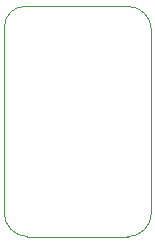
<source format=gbr>
%TF.GenerationSoftware,KiCad,Pcbnew,6.0.9-8da3e8f707~116~ubuntu20.04.1*%
%TF.CreationDate,2022-11-14T20:56:13+01:00*%
%TF.ProjectId,sensor,73656e73-6f72-42e6-9b69-6361645f7063,rev?*%
%TF.SameCoordinates,Original*%
%TF.FileFunction,Profile,NP*%
%FSLAX46Y46*%
G04 Gerber Fmt 4.6, Leading zero omitted, Abs format (unit mm)*
G04 Created by KiCad (PCBNEW 6.0.9-8da3e8f707~116~ubuntu20.04.1) date 2022-11-14 20:56:13*
%MOMM*%
%LPD*%
G01*
G04 APERTURE LIST*
%TA.AperFunction,Profile*%
%ADD10C,0.100000*%
%TD*%
G04 APERTURE END LIST*
D10*
X146650000Y-109750000D02*
X146650000Y-125500000D01*
X148400000Y-108000000D02*
G75*
G03*
X146650000Y-109750000I0J-1750000D01*
G01*
X157100000Y-127500000D02*
G75*
G03*
X159100000Y-125500000I0J2000000D01*
G01*
X146649960Y-125500000D02*
G75*
G03*
X148600000Y-127500000I2000640J0D01*
G01*
X159100000Y-110000000D02*
G75*
G03*
X157100000Y-108000000I-2000000J0D01*
G01*
X157100000Y-108000000D02*
X148400000Y-108000000D01*
X157100000Y-127500000D02*
X148600000Y-127500000D01*
X159100000Y-125500000D02*
X159100000Y-110000000D01*
M02*

</source>
